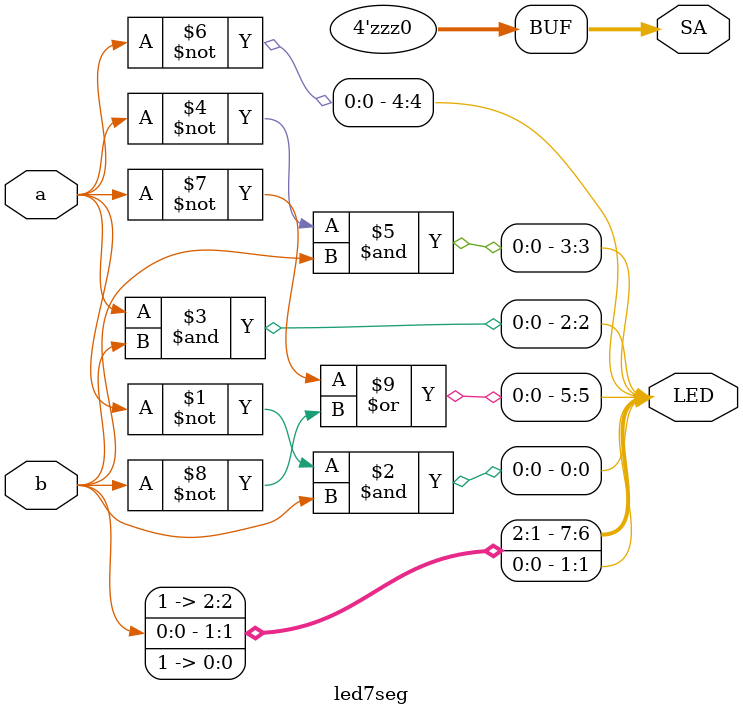
<source format=v>
module led7seg (a, b, LED,SA);
    input a, b;
    output [7:0]LED;
    output [3:0]SA;

    assign  SA = 4'bZZZ0;
    assign  LED[0] = ~a & b;
    assign  LED[1] = 1;
    assign  LED[2] = a & b;
    assign  LED[3] = ~a & b;
    assign  LED[4] = ~a;
    assign  LED[5] = ~a | ~b;
    assign  LED[6] = b;
    assign  LED[7] = 1'b1;
endmodule

</source>
